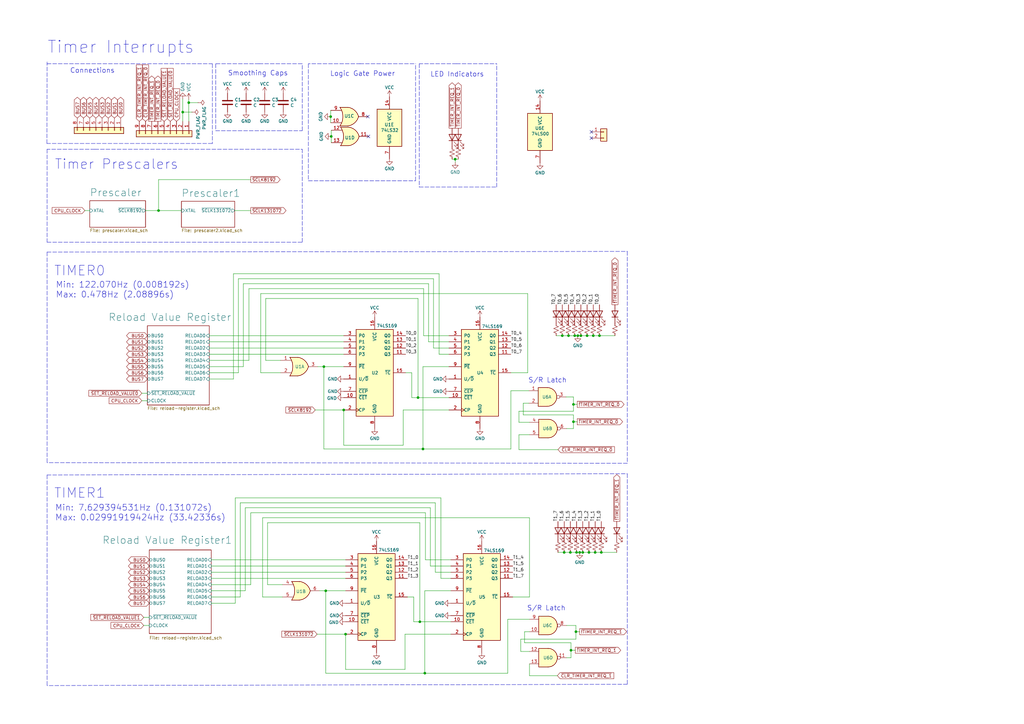
<source format=kicad_sch>
(kicad_sch (version 20211123) (generator eeschema)
  (paper "A3")
  (lib_symbols
    (symbol "74xx:74LS00" (pin_names (offset 1.016))
      (property "Reference" "U" (at 0 1.27 0))
      (property "Value" "74LS00" (at 0 -1.27 0))
      (symbol "74LS00_1_1"
        (pin input line (at -7.62 2.54 0) (length 3.81) (name "~") (number "1"))
        (pin input line (at -7.62 -2.54 0) (length 3.81) (name "~") (number "2"))
        (pin output inverted (at 7.62 0 180) (length 3.81) (name "~") (number "3"))
      )
      (symbol "74LS00_1_2"
        (pin input inverted (at -7.62 2.54 0) (length 4.318) (name "~") (number "1"))
        (pin input inverted (at -7.62 -2.54 0) (length 4.318) (name "~") (number "2"))
        (pin output line (at 7.62 0 180) (length 3.81) (name "~") (number "3"))
      )
      (symbol "74LS00_2_1"
        (pin input line (at -7.62 2.54 0) (length 3.81) (name "~") (number "4"))
        (pin input line (at -7.62 -2.54 0) (length 3.81) (name "~") (number "5"))
        (pin output inverted (at 7.62 0 180) (length 3.81) (name "~") (number "6"))
      )
      (symbol "74LS00_2_2"
        (pin input inverted (at -7.62 2.54 0) (length 4.318) (name "~") (number "4"))
        (pin input inverted (at -7.62 -2.54 0) (length 4.318) (name "~") (number "5"))
        (pin output line (at 7.62 0 180) (length 3.81) (name "~") (number "6"))
      )
      (symbol "74LS00_3_1"
        (pin input line (at -7.62 -2.54 0) (length 3.81) (name "~") (number "10"))
        (pin output inverted (at 7.62 0 180) (length 3.81) (name "~") (number "8"))
        (pin input line (at -7.62 2.54 0) (length 3.81) (name "~") (number "9"))
      )
      (symbol "74LS00_3_2"
        (pin input inverted (at -7.62 -2.54 0) (length 4.318) (name "~") (number "10"))
        (pin output line (at 7.62 0 180) (length 3.81) (name "~") (number "8"))
        (pin input inverted (at -7.62 2.54 0) (length 4.318) (name "~") (number "9"))
      )
      (symbol "74LS00_4_1"
        (pin output inverted (at 7.62 0 180) (length 3.81) (name "~") (number "11"))
        (pin input line (at -7.62 2.54 0) (length 3.81) (name "~") (number "12"))
        (pin input line (at -7.62 -2.54 0) (length 3.81) (name "~") (number "13"))
      )
      (symbol "74LS00_4_2"
        (pin output line (at 7.62 0 180) (length 3.81) (name "~") (number "11"))
        (pin input inverted (at -7.62 2.54 0) (length 4.318) (name "~") (number "12"))
        (pin input inverted (at -7.62 -2.54 0) (length 4.318) (name "~") (number "13"))
      )
      (symbol "74LS00_5_0"
        (pin power_in line (at 0 12.7 270) (length 5.08) (name "VCC") (number "14"))
        (pin power_in line (at 0 -12.7 90) (length 5.08) (name "GND") (number "7"))
      )
    )
    (symbol "74xx:74LS169" (pin_names (offset 1.016))
      (property "Reference" "U" (at -7.62 19.05 0))
      (property "Value" "74LS169" (at -7.62 -19.05 0))
      (symbol "74LS169_1_0"
        (pin input line (at -12.7 -2.54 0) (length 5.08) (name "U/~{D}") (number "1"))
        (pin input line (at -12.7 -10.16 0) (length 5.08) (name "~{CET}") (number "10"))
        (pin output line (at 12.7 7.62 180) (length 5.08) (name "Q3") (number "11"))
        (pin output line (at 12.7 10.16 180) (length 5.08) (name "Q2") (number "12"))
        (pin output line (at 12.7 12.7 180) (length 5.08) (name "Q1") (number "13"))
        (pin output line (at 12.7 15.24 180) (length 5.08) (name "Q0") (number "14"))
        (pin output line (at 12.7 0 180) (length 5.08) (name "~{TC}") (number "15"))
        (pin power_in line (at 0 22.86 270) (length 5.08) (name "VCC") (number "16"))
        (pin input clock (at -12.7 -15.24 0) (length 5.08) (name "CP") (number "2"))
        (pin input line (at -12.7 15.24 0) (length 5.08) (name "P0") (number "3"))
        (pin input line (at -12.7 12.7 0) (length 5.08) (name "P1") (number "4"))
        (pin input line (at -12.7 10.16 0) (length 5.08) (name "P2") (number "5"))
        (pin input line (at -12.7 7.62 0) (length 5.08) (name "P3") (number "6"))
        (pin input line (at -12.7 -7.62 0) (length 5.08) (name "~{CEP}") (number "7"))
        (pin power_in line (at 0 -22.86 90) (length 5.08) (name "GND") (number "8"))
        (pin input line (at -12.7 2.54 0) (length 5.08) (name "~{PE}") (number "9"))
      )
    )
    (symbol "74xx:74LS32" (pin_names (offset 1.016))
      (property "Reference" "U" (at 0 1.27 0))
      (property "Value" "74LS32" (at 0 -1.27 0))
      (symbol "74LS32_1_1"
        (pin input line (at -7.62 2.54 0) (length 4.318) (name "~") (number "1"))
        (pin input line (at -7.62 -2.54 0) (length 4.318) (name "~") (number "2"))
        (pin output line (at 7.62 0 180) (length 3.81) (name "~") (number "3"))
      )
      (symbol "74LS32_1_2"
        (pin input inverted (at -7.62 2.54 0) (length 3.81) (name "~") (number "1"))
        (pin input inverted (at -7.62 -2.54 0) (length 3.81) (name "~") (number "2"))
        (pin output inverted (at 7.62 0 180) (length 3.81) (name "~") (number "3"))
      )
      (symbol "74LS32_2_1"
        (pin input line (at -7.62 2.54 0) (length 4.318) (name "~") (number "4"))
        (pin input line (at -7.62 -2.54 0) (length 4.318) (name "~") (number "5"))
        (pin output line (at 7.62 0 180) (length 3.81) (name "~") (number "6"))
      )
      (symbol "74LS32_2_2"
        (pin input inverted (at -7.62 2.54 0) (length 3.81) (name "~") (number "4"))
        (pin input inverted (at -7.62 -2.54 0) (length 3.81) (name "~") (number "5"))
        (pin output inverted (at 7.62 0 180) (length 3.81) (name "~") (number "6"))
      )
      (symbol "74LS32_3_1"
        (pin input line (at -7.62 -2.54 0) (length 4.318) (name "~") (number "10"))
        (pin output line (at 7.62 0 180) (length 3.81) (name "~") (number "8"))
        (pin input line (at -7.62 2.54 0) (length 4.318) (name "~") (number "9"))
      )
      (symbol "74LS32_3_2"
        (pin input inverted (at -7.62 -2.54 0) (length 3.81) (name "~") (number "10"))
        (pin output inverted (at 7.62 0 180) (length 3.81) (name "~") (number "8"))
        (pin input inverted (at -7.62 2.54 0) (length 3.81) (name "~") (number "9"))
      )
      (symbol "74LS32_4_1"
        (pin output line (at 7.62 0 180) (length 3.81) (name "~") (number "11"))
        (pin input line (at -7.62 2.54 0) (length 4.318) (name "~") (number "12"))
        (pin input line (at -7.62 -2.54 0) (length 4.318) (name "~") (number "13"))
      )
      (symbol "74LS32_4_2"
        (pin output inverted (at 7.62 0 180) (length 3.81) (name "~") (number "11"))
        (pin input inverted (at -7.62 2.54 0) (length 3.81) (name "~") (number "12"))
        (pin input inverted (at -7.62 -2.54 0) (length 3.81) (name "~") (number "13"))
      )
      (symbol "74LS32_5_0"
        (pin power_in line (at 0 12.7 270) (length 5.08) (name "VCC") (number "14"))
        (pin power_in line (at 0 -12.7 90) (length 5.08) (name "GND") (number "7"))
      )
    )
    (symbol "Connector_Generic:Conn_01x02" (pin_names (offset 1.016) hide)
      (property "Reference" "J" (at 0 2.54 0))
      (property "Value" "Conn_01x02" (at 0 -5.08 0))
      (symbol "Conn_01x02_1_1"
        (pin passive line (at -5.08 0 0) (length 3.81) (name "Pin_1") (number "1"))
        (pin passive line (at -5.08 -2.54 0) (length 3.81) (name "Pin_2") (number "2"))
      )
    )
    (symbol "Connector_Generic:Conn_01x08" (pin_names (offset 1.016) hide)
      (property "Reference" "J" (at 0 10.16 0))
      (property "Value" "Conn_01x08" (at 0 -12.7 0))
      (symbol "Conn_01x08_1_1"
        (pin passive line (at -5.08 7.62 0) (length 3.81) (name "Pin_1") (number "1"))
        (pin passive line (at -5.08 5.08 0) (length 3.81) (name "Pin_2") (number "2"))
        (pin passive line (at -5.08 2.54 0) (length 3.81) (name "Pin_3") (number "3"))
        (pin passive line (at -5.08 0 0) (length 3.81) (name "Pin_4") (number "4"))
        (pin passive line (at -5.08 -2.54 0) (length 3.81) (name "Pin_5") (number "5"))
        (pin passive line (at -5.08 -5.08 0) (length 3.81) (name "Pin_6") (number "6"))
        (pin passive line (at -5.08 -7.62 0) (length 3.81) (name "Pin_7") (number "7"))
        (pin passive line (at -5.08 -10.16 0) (length 3.81) (name "Pin_8") (number "8"))
      )
    )
    (symbol "Connector_Generic:Conn_01x09" (pin_names (offset 1.016) hide)
      (property "Reference" "J" (at 0 12.7 0))
      (property "Value" "Conn_01x09" (at 0 -12.7 0))
      (symbol "Conn_01x09_1_1"
        (pin passive line (at -5.08 10.16 0) (length 3.81) (name "Pin_1") (number "1"))
        (pin passive line (at -5.08 7.62 0) (length 3.81) (name "Pin_2") (number "2"))
        (pin passive line (at -5.08 5.08 0) (length 3.81) (name "Pin_3") (number "3"))
        (pin passive line (at -5.08 2.54 0) (length 3.81) (name "Pin_4") (number "4"))
        (pin passive line (at -5.08 0 0) (length 3.81) (name "Pin_5") (number "5"))
        (pin passive line (at -5.08 -2.54 0) (length 3.81) (name "Pin_6") (number "6"))
        (pin passive line (at -5.08 -5.08 0) (length 3.81) (name "Pin_7") (number "7"))
        (pin passive line (at -5.08 -7.62 0) (length 3.81) (name "Pin_8") (number "8"))
        (pin passive line (at -5.08 -10.16 0) (length 3.81) (name "Pin_9") (number "9"))
      )
    )
    (symbol "Device:C" (pin_numbers hide) (pin_names (offset 0.254))
      (property "Reference" "C" (at 0.635 2.54 0))
      (property "Value" "C" (at 0.635 -2.54 0))
      (symbol "C_1_1"
        (pin passive line (at 0 3.81 270) (length 2.794) (name "~") (number "1"))
        (pin passive line (at 0 -3.81 90) (length 2.794) (name "~") (number "2"))
      )
    )
    (symbol "Device:LED" (pin_numbers hide) (pin_names (offset 1.016) hide)
      (property "Reference" "D" (at 0 2.54 0))
      (property "Value" "LED" (at 0 -2.54 0))
      (symbol "LED_1_1"
        (pin passive line (at -3.81 0 0) (length 2.54) (name "K") (number "1"))
        (pin passive line (at 3.81 0 180) (length 2.54) (name "A") (number "2"))
      )
    )
    (symbol "Device:R_Small_US" (pin_numbers hide) (pin_names (offset 0.254) hide)
      (property "Reference" "R" (at 0.762 0.508 0))
      (property "Value" "R_Small_US" (at 0.762 -1.016 0))
      (symbol "R_Small_US_1_1"
        (pin passive line (at 0 2.54 270) (length 1.016) (name "~") (number "1"))
        (pin passive line (at 0 -2.54 90) (length 1.016) (name "~") (number "2"))
      )
    )
    (symbol "power:GND" (power) (pin_names (offset 0))
      (property "Value" "GND" (at 0 -3.81 0))
      (symbol "GND_1_1"
        (pin power_in line (at 0 0 270) (length 0) hide (name "GND") (number "1"))
      )
    )
    (symbol "power:PWR_FLAG" (power) (pin_numbers hide) (pin_names (offset 0) hide)
      (property "Value" "PWR_FLAG" (at 0 3.81 0))
      (symbol "PWR_FLAG_0_0"
        (pin power_out line (at 0 0 90) (length 0) (name "pwr") (number "1"))
      )
    )
    (symbol "power:VCC" (power) (pin_names (offset 0))
      (property "Value" "VCC" (at 0 3.81 0))
      (symbol "VCC_1_1"
        (pin power_in line (at 0 0 90) (length 0) hide (name "VCC") (number "1"))
      )
    )
  )
  (junction (at 233.172 137.668))
  (junction (at 236.982 137.668))
  (junction (at 235.204 172.974))
  (junction (at 235.204 165.862))
  (junction (at 186.69 65.278))
  (junction (at 173.482 184.15))
  (junction (at 174.244 276.098))
  (junction (at 238.252 137.668))
  (junction (at 246.634 226.568))
  (junction (at 239.014 226.568))
  (junction (at 236.22 259.08))
  (junction (at 241.554 226.568))
  (junction (at 140.97 168.148))
  (junction (at 234.188 266.7))
  (junction (at 135.8646 55.9562))
  (junction (at 230.632 137.668))
  (junction (at 141.732 260.096))
  (junction (at 74.93 45.974))
  (junction (at 135.6106 47.8282))
  (junction (at 235.712 137.668))
  (junction (at 133.604 242.316))
  (junction (at 244.094 226.568))
  (junction (at 236.474 226.568))
  (junction (at 240.792 137.668))
  (junction (at 171.45 163.068))
  (junction (at 132.842 150.368))
  (junction (at 231.394 226.568))
  (junction (at 245.872 137.668))
  (junction (at 65.024 86.36))
  (junction (at 243.332 137.668))
  (junction (at 172.212 255.016))
  (junction (at 233.934 226.568))
  (junction (at 237.744 226.568))
  (junction (at 77.4192 42.0878))
  (no_connect (at 151.1046 55.9562))
  (no_connect (at 150.8506 47.8282))
  (no_connect (at 242.57 56.642))
  (no_connect (at 242.57 54.102))
  (polyline (pts (xy 38.862 61.214) (xy 123.952 61.214)))
  (wire (pts (xy 169.672 255.016) (xy 172.212 255.016)))
  (polyline (pts (xy 126.492 26.162) (xy 126.492 74.168)))
  (wire (pts (xy 129.286 168.148) (xy 140.97 168.148)))
  (polyline (pts (xy 171.958 26.162) (xy 171.958 76.708)))
  (wire (pts (xy 135.8646 53.4162) (xy 135.8646 55.9562)))
  (wire (pts (xy 107.696 244.856) (xy 107.696 212.344)))
  (wire (pts (xy 97.79 152.908) (xy 97.79 114.3)))
  (wire (pts (xy 81.2292 42.0878) (xy 77.4192 42.0878)))
  (wire (pts (xy 85.852 147.828) (xy 102.108 147.828)))
  (wire (pts (xy 185.42 65.278) (xy 186.69 65.278)))
  (wire (pts (xy 230.632 137.668) (xy 233.172 137.668)))
  (wire (pts (xy 166.116 274.574) (xy 141.732 274.574)))
  (wire (pts (xy 85.852 150.368) (xy 99.822 150.368)))
  (wire (pts (xy 244.094 226.568) (xy 246.634 226.568)))
  (wire (pts (xy 237.744 226.568) (xy 239.014 226.568)))
  (wire (pts (xy 34.798 86.36) (xy 36.83 86.36)))
  (wire (pts (xy 165.354 182.626) (xy 140.97 182.626)))
  (wire (pts (xy 168.91 152.908) (xy 168.91 163.068)))
  (polyline (pts (xy 123.952 53.594) (xy 123.952 26.162)))
  (wire (pts (xy 236.22 262.128) (xy 213.614 262.128)))
  (wire (pts (xy 213.614 267.208) (xy 217.17 267.208)))
  (polyline (pts (xy 187.198 26.162) (xy 203.708 26.162)))
  (wire (pts (xy 174.498 210.312) (xy 174.498 229.616)))
  (wire (pts (xy 171.45 163.068) (xy 184.15 163.068)))
  (wire (pts (xy 212.852 173.228) (xy 217.17 173.228)))
  (wire (pts (xy 239.014 226.568) (xy 241.554 226.568)))
  (wire (pts (xy 174.244 276.098) (xy 133.604 276.098)))
  (wire (pts (xy 96.52 204.216) (xy 96.52 247.396)))
  (wire (pts (xy 77.4192 40.8178) (xy 77.4192 42.0878)))
  (wire (pts (xy 135.8646 55.9562) (xy 135.8646 58.4962)))
  (wire (pts (xy 98.552 206.248) (xy 178.562 206.248)))
  (wire (pts (xy 133.604 242.316) (xy 133.604 276.098)))
  (wire (pts (xy 99.822 116.332) (xy 99.822 150.368)))
  (wire (pts (xy 58.928 253.238) (xy 61.214 253.238)))
  (wire (pts (xy 175.768 140.208) (xy 175.768 116.332)))
  (wire (pts (xy 176.53 208.28) (xy 100.584 208.28)))
  (wire (pts (xy 74.93 45.974) (xy 78.74 45.974)))
  (wire (pts (xy 235.204 170.18) (xy 214.63 170.18)))
  (wire (pts (xy 234.188 266.7) (xy 235.966 266.7)))
  (wire (pts (xy 173.736 118.364) (xy 173.736 137.668)))
  (polyline (pts (xy 19.2532 58.8518) (xy 19.304 25.4)))
  (wire (pts (xy 115.062 152.908) (xy 106.934 152.908)))
  (wire (pts (xy 180.086 112.268) (xy 95.758 112.268)))
  (wire (pts (xy 174.244 276.098) (xy 208.28 276.098)))
  (wire (pts (xy 186.69 66.548) (xy 186.69 65.278)))
  (polyline (pts (xy 88.4682 26.1366) (xy 88.4682 53.594)))
  (wire (pts (xy 235.204 165.862) (xy 235.204 168.656)))
  (wire (pts (xy 178.562 206.248) (xy 178.562 234.696)))
  (polyline (pts (xy 147.574 26.162) (xy 170.434 26.162)))
  (wire (pts (xy 132.842 150.368) (xy 132.842 184.15)))
  (polyline (pts (xy 88.4682 53.594) (xy 123.952 53.594)))
  (wire (pts (xy 172.212 255.016) (xy 172.212 214.376)))
  (wire (pts (xy 102.108 147.828) (xy 102.108 118.364)))
  (wire (pts (xy 102.87 210.312) (xy 174.498 210.312)))
  (polyline (pts (xy 203.708 76.708) (xy 203.708 26.162)))
  (wire (pts (xy 246.634 226.568) (xy 252.984 226.568)))
  (wire (pts (xy 177.8 114.3) (xy 177.8 142.748)))
  (polyline (pts (xy 257.302 189.992) (xy 19.304 189.738)))
  (wire (pts (xy 133.604 242.316) (xy 141.732 242.316)))
  (wire (pts (xy 232.41 269.748) (xy 234.188 269.748)))
  (wire (pts (xy 85.852 140.208) (xy 140.97 140.208)))
  (wire (pts (xy 95.758 112.268) (xy 95.758 155.448)))
  (polyline (pts (xy 87.122 26.162) (xy 87.122 58.928)))
  (wire (pts (xy 86.614 232.156) (xy 141.732 232.156)))
  (wire (pts (xy 108.966 122.428) (xy 108.966 147.828)))
  (polyline (pts (xy 147.828 26.162) (xy 126.492 26.162)))
  (wire (pts (xy 109.728 239.776) (xy 115.824 239.776)))
  (wire (pts (xy 97.79 114.3) (xy 177.8 114.3)))
  (wire (pts (xy 184.912 242.316) (xy 174.244 242.316)))
  (wire (pts (xy 217.17 178.308) (xy 212.852 178.308)))
  (wire (pts (xy 228.854 226.568) (xy 231.394 226.568)))
  (wire (pts (xy 173.482 184.15) (xy 209.55 184.15)))
  (polyline (pts (xy 170.434 74.168) (xy 170.434 26.162)))
  (wire (pts (xy 232.156 162.814) (xy 235.204 162.814)))
  (wire (pts (xy 215.138 263.652) (xy 215.138 259.08)))
  (wire (pts (xy 86.614 247.396) (xy 96.52 247.396)))
  (polyline (pts (xy 19.304 99.314) (xy 123.952 99.314)))
  (wire (pts (xy 141.732 260.096) (xy 141.732 274.574)))
  (wire (pts (xy 115.824 244.856) (xy 107.696 244.856)))
  (polyline (pts (xy 187.198 26.162) (xy 171.958 26.162)))
  (wire (pts (xy 186.69 65.278) (xy 187.96 65.278)))
  (wire (pts (xy 166.37 152.908) (xy 168.91 152.908)))
  (wire (pts (xy 235.712 137.668) (xy 236.982 137.668)))
  (wire (pts (xy 235.204 165.862) (xy 236.728 165.862)))
  (wire (pts (xy 217.17 272.288) (xy 217.17 277.114)))
  (wire (pts (xy 209.55 160.274) (xy 216.916 160.274)))
  (polyline (pts (xy 19.304 26.162) (xy 87.122 26.162)))
  (wire (pts (xy 172.212 255.016) (xy 184.912 255.016)))
  (wire (pts (xy 234.188 266.7) (xy 234.188 263.652)))
  (wire (pts (xy 58.928 256.54) (xy 61.214 256.54)))
  (wire (pts (xy 173.736 137.668) (xy 184.15 137.668)))
  (wire (pts (xy 86.614 244.856) (xy 98.552 244.856)))
  (wire (pts (xy 243.332 137.668) (xy 245.872 137.668)))
  (wire (pts (xy 166.116 260.096) (xy 166.116 274.574)))
  (wire (pts (xy 74.93 45.974) (xy 74.93 49.784)))
  (wire (pts (xy 102.87 73.66) (xy 65.024 73.66)))
  (wire (pts (xy 180.848 237.236) (xy 180.848 204.216)))
  (wire (pts (xy 165.354 168.148) (xy 165.354 182.626)))
  (wire (pts (xy 58.166 161.29) (xy 60.452 161.29)))
  (wire (pts (xy 212.852 178.308) (xy 212.852 184.404)))
  (wire (pts (xy 77.4192 42.0878) (xy 77.47 49.784)))
  (wire (pts (xy 108.966 147.828) (xy 115.062 147.828)))
  (wire (pts (xy 241.554 226.568) (xy 244.094 226.568)))
  (wire (pts (xy 74.93 40.64) (xy 74.93 45.974)))
  (wire (pts (xy 100.584 208.28) (xy 100.584 242.316)))
  (wire (pts (xy 175.768 116.332) (xy 99.822 116.332)))
  (polyline (pts (xy 19.304 194.818) (xy 19.304 281.178)))
  (wire (pts (xy 235.204 162.814) (xy 235.204 165.862)))
  (wire (pts (xy 236.982 137.668) (xy 238.252 137.668)))
  (polyline (pts (xy 19.304 103.378) (xy 257.302 103.124)))
  (wire (pts (xy 109.728 214.376) (xy 109.728 239.776)))
  (polyline (pts (xy 19.304 103.378) (xy 19.304 189.738)))
  (wire (pts (xy 178.562 234.696) (xy 184.912 234.696)))
  (wire (pts (xy 130.302 150.368) (xy 132.842 150.368)))
  (polyline (pts (xy 126.492 74.168) (xy 170.434 74.168)))
  (wire (pts (xy 184.912 232.156) (xy 176.53 232.156)))
  (wire (pts (xy 132.842 150.368) (xy 140.97 150.368)))
  (polyline (pts (xy 257.302 280.67) (xy 19.304 281.178)))
  (wire (pts (xy 184.912 237.236) (xy 180.848 237.236)))
  (wire (pts (xy 245.872 137.668) (xy 252.222 137.668)))
  (wire (pts (xy 172.212 214.376) (xy 109.728 214.376)))
  (wire (pts (xy 234.188 269.748) (xy 234.188 266.7)))
  (wire (pts (xy 180.848 204.216) (xy 96.52 204.216)))
  (wire (pts (xy 231.394 226.568) (xy 233.934 226.568)))
  (wire (pts (xy 168.91 163.068) (xy 171.45 163.068)))
  (polyline (pts (xy 257.302 194.31) (xy 257.302 280.67)))
  (wire (pts (xy 236.474 226.568) (xy 237.744 226.568)))
  (wire (pts (xy 236.22 259.08) (xy 237.744 259.08)))
  (wire (pts (xy 85.852 155.448) (xy 95.758 155.448)))
  (wire (pts (xy 174.498 229.616) (xy 184.912 229.616)))
  (wire (pts (xy 214.63 165.354) (xy 216.916 165.354)))
  (wire (pts (xy 86.614 229.616) (xy 141.732 229.616)))
  (wire (pts (xy 184.15 168.148) (xy 165.354 168.148)))
  (polyline (pts (xy 171.958 76.708) (xy 203.708 76.708)))
  (wire (pts (xy 184.15 145.288) (xy 180.086 145.288)))
  (wire (pts (xy 135.6106 45.2882) (xy 135.6106 47.8282)))
  (wire (pts (xy 86.614 242.316) (xy 100.584 242.316)))
  (wire (pts (xy 85.852 152.908) (xy 97.79 152.908)))
  (wire (pts (xy 236.22 259.08) (xy 236.22 262.128)))
  (wire (pts (xy 106.934 152.908) (xy 106.934 120.396)))
  (wire (pts (xy 217.17 277.114) (xy 228.6 277.114)))
  (wire (pts (xy 212.852 184.404) (xy 228.854 184.404)))
  (wire (pts (xy 98.552 244.856) (xy 98.552 206.248)))
  (wire (pts (xy 213.614 262.128) (xy 213.614 267.208)))
  (wire (pts (xy 173.482 184.15) (xy 132.842 184.15)))
  (wire (pts (xy 86.614 239.776) (xy 102.87 239.776)))
  (wire (pts (xy 232.41 175.768) (xy 235.204 175.768)))
  (wire (pts (xy 216.408 152.908) (xy 209.55 152.908)))
  (wire (pts (xy 171.45 163.068) (xy 171.45 122.428)))
  (wire (pts (xy 184.912 260.096) (xy 166.116 260.096)))
  (wire (pts (xy 180.086 145.288) (xy 180.086 112.268)))
  (wire (pts (xy 86.614 237.236) (xy 141.732 237.236)))
  (wire (pts (xy 177.8 142.748) (xy 184.15 142.748)))
  (wire (pts (xy 85.852 142.748) (xy 140.97 142.748)))
  (wire (pts (xy 102.108 118.364) (xy 173.736 118.364)))
  (wire (pts (xy 174.244 242.316) (xy 174.244 276.098)))
  (wire (pts (xy 184.15 150.368) (xy 173.482 150.368)))
  (wire (pts (xy 232.41 256.54) (xy 236.22 256.54)))
  (wire (pts (xy 58.166 164.338) (xy 60.452 164.338)))
  (wire (pts (xy 184.15 140.208) (xy 175.768 140.208)))
  (wire (pts (xy 209.55 184.15) (xy 209.55 160.274)))
  (wire (pts (xy 85.852 145.288) (xy 140.97 145.288)))
  (wire (pts (xy 65.024 86.36) (xy 74.422 86.36)))
  (wire (pts (xy 233.934 226.568) (xy 236.474 226.568)))
  (wire (pts (xy 208.28 254) (xy 217.17 254)))
  (wire (pts (xy 234.188 263.652) (xy 215.138 263.652)))
  (polyline (pts (xy 106.2736 26.1366) (xy 88.4682 26.1366)))
  (wire (pts (xy 235.204 172.974) (xy 236.728 172.974)))
  (polyline (pts (xy 87.0712 58.8518) (xy 19.2532 58.8518)))
  (wire (pts (xy 173.482 150.368) (xy 173.482 184.15)))
  (wire (pts (xy 106.934 120.396) (xy 216.408 120.396)))
  (wire (pts (xy 212.852 168.656) (xy 212.852 173.228)))
  (wire (pts (xy 171.45 122.428) (xy 108.966 122.428)))
  (wire (pts (xy 96.266 86.36) (xy 102.87 86.36)))
  (wire (pts (xy 208.28 276.098) (xy 208.28 254)))
  (wire (pts (xy 86.614 234.696) (xy 141.732 234.696)))
  (wire (pts (xy 235.204 172.974) (xy 235.204 170.18)))
  (wire (pts (xy 107.696 212.344) (xy 217.17 212.344)))
  (polyline (pts (xy 19.304 194.818) (xy 257.302 194.31)))
  (wire (pts (xy 240.792 137.668) (xy 243.332 137.668)))
  (polyline (pts (xy 106.2482 26.162) (xy 123.952 26.162)))
  (wire (pts (xy 140.97 168.148) (xy 140.97 182.626)))
  (wire (pts (xy 135.6106 47.8282) (xy 135.6106 50.3682)))
  (polyline (pts (xy 123.952 99.314) (xy 123.952 61.214)))
  (wire (pts (xy 130.048 260.096) (xy 141.732 260.096)))
  (wire (pts (xy 214.63 170.18) (xy 214.63 165.354)))
  (wire (pts (xy 235.204 168.656) (xy 212.852 168.656)))
  (wire (pts (xy 235.204 175.768) (xy 235.204 172.974)))
  (wire (pts (xy 238.252 137.668) (xy 240.792 137.668)))
  (wire (pts (xy 215.138 259.08) (xy 217.17 259.08)))
  (wire (pts (xy 217.17 244.856) (xy 210.312 244.856)))
  (wire (pts (xy 167.132 244.856) (xy 169.672 244.856)))
  (polyline (pts (xy 19.304 61.214) (xy 19.304 99.314)))
  (wire (pts (xy 131.064 242.316) (xy 133.604 242.316)))
  (wire (pts (xy 85.852 137.668) (xy 140.97 137.668)))
  (wire (pts (xy 236.22 256.54) (xy 236.22 259.08)))
  (wire (pts (xy 176.53 232.156) (xy 176.53 208.28)))
  (wire (pts (xy 233.172 137.668) (xy 235.712 137.668)))
  (wire (pts (xy 169.672 244.856) (xy 169.672 255.016)))
  (polyline (pts (xy 38.862 61.214) (xy 19.304 61.214)))
  (wire (pts (xy 102.87 239.776) (xy 102.87 210.312)))
  (wire (pts (xy 216.408 120.396) (xy 216.408 152.908)))
  (polyline (pts (xy 257.302 103.124) (xy 257.302 189.992)))
  (wire (pts (xy 65.024 86.36) (xy 59.69 86.36)))
  (wire (pts (xy 228.092 137.668) (xy 230.632 137.668)))
  (wire (pts (xy 217.17 212.344) (xy 217.17 244.856)))
  (wire (pts (xy 65.024 73.66) (xy 65.024 86.36)))
  (text "Min: 7.629394531Hz (0.131072s)\nMax: 0.02991919424Hz (33.42336s)" (at 22.606 213.868 0) (effects (font (size 2.5 2.5)) (justify left bottom)))
  (text "TIMER1" (at 22.098 204.724 0) (effects (font (size 4 4)) (justify left bottom)))
  (text "LED Indicators" (at 176.53 31.75 0) (effects (font (size 2 2)) (justify left bottom)))
  (text "Timer Interrupts" (at 19.304 22.352 0) (effects (font (size 5 5)) (justify left bottom)))
  (text "Connections" (at 28.702 30.226 0) (effects (font (size 2 2)) (justify left bottom)))
  (text "Timer Prescalers" (at 22.352 69.85 0) (effects (font (size 4 4)) (justify left bottom)))
  (text "Smoothing Caps" (at 93.472 31.2928 0) (effects (font (size 2 2)) (justify left bottom)))
  (text "Logic Gate Power" (at 135.382 31.496 0) (effects (font (size 2 2)) (justify left bottom)))
  (text "S/R Latch" (at 216.662 157.226 0) (effects (font (size 2 2)) (justify left bottom)))
  (text "TIMER0" (at 22.098 113.538 0) (effects (font (size 4 4)) (justify left bottom)))
  (text "S/R Latch" (at 216.154 250.698 0) (effects (font (size 2 2)) (justify left bottom)))
  (text "Min: 122.070Hz (0.008192s)\nMax: 0.478Hz (2.08896s)" (at 22.86 122.428 0) (effects (font (size 2.5 2.5)) (justify left bottom)))
  (label "T0_4" (at 209.55 137.668 0))
  (label "T0_7" (at 209.55 145.288 0))
  (label "T0_0" (at 245.872 124.968 90))
  (label "T1_3" (at 167.132 237.236 0))
  (label "T1_5" (at 210.312 232.156 0))
  (label "T1_6" (at 210.312 234.696 0))
  (label "T0_3" (at 238.252 124.968 90))
  (label "T1_7" (at 210.312 237.236 0))
  (label "T1_2" (at 167.132 234.696 0))
  (label "T1_0" (at 167.132 229.616 0))
  (label "T0_2" (at 166.37 142.748 0))
  (label "T1_1" (at 244.094 213.868 90))
  (label "T0_4" (at 235.712 124.968 90))
  (label "T1_7" (at 228.854 213.868 90))
  (label "T0_5" (at 233.172 124.968 90))
  (label "T0_1" (at 166.37 140.208 0))
  (label "T1_0" (at 246.634 213.868 90))
  (label "T0_7" (at 228.092 124.968 90))
  (label "T1_2" (at 241.554 213.868 90))
  (label "T0_0" (at 166.37 137.668 0))
  (label "T0_5" (at 209.55 140.208 0))
  (label "T1_6" (at 231.394 213.868 90))
  (label "T1_5" (at 233.934 213.868 90))
  (label "T1_1" (at 167.132 232.156 0))
  (label "T1_4" (at 210.312 229.616 0))
  (label "T1_4" (at 236.474 213.868 90))
  (label "T0_2" (at 240.792 124.968 90))
  (label "T0_6" (at 209.55 142.748 0))
  (label "T0_6" (at 230.632 124.968 90))
  (label "T0_3" (at 166.37 145.288 0))
  (label "T0_1" (at 243.332 124.968 90))
  (label "T1_3" (at 239.014 213.868 90))
  (global_label "BUS0" (shape tri_state) (at 49.4792 48.4378 90) (property "Intersheet References" "${INTERSHEET_REFS}" (effects hide)))
  (global_label "CPU_CLOCK" (shape input) (at 34.798 86.36 180) (property "Intersheet References" "${INTERSHEET_REFS}" (effects hide)))
  (global_label "BUS3" (shape tri_state) (at 60.452 145.288 180) (property "Intersheet References" "${INTERSHEET_REFS}" (effects hide)))
  (global_label "~{SCLK131072}" (shape input) (at 130.048 260.096 180) (property "Intersheet References" "${INTERSHEET_REFS}" (effects hide)))
  (global_label "~{TIMER_INT_REQ_1}" (shape output) (at 235.966 266.7 0) (property "Intersheet References" "${INTERSHEET_REFS}" (effects hide)))
  (global_label "~{CLR_TIMER_INT_REQ_1}" (shape input) (at 228.6 277.114 0) (property "Intersheet References" "${INTERSHEET_REFS}" (effects hide)))
  (global_label "BUS4" (shape tri_state) (at 60.452 147.828 180) (property "Intersheet References" "${INTERSHEET_REFS}" (effects hide)))
  (global_label "~{!TIMER_INT_REQ_0}" (shape output) (at 236.728 165.862 0) (property "Intersheet References" "${INTERSHEET_REFS}" (effects hide)))
  (global_label "~{TIMER_INT_REQ_0}" (shape output) (at 64.77 49.784 90) (property "Intersheet References" "${INTERSHEET_REFS}" (effects hide)))
  (global_label "BUS4" (shape tri_state) (at 39.3192 48.4378 90) (property "Intersheet References" "${INTERSHEET_REFS}" (effects hide)))
  (global_label "~{SET_RELOAD_VALUE0}" (shape input) (at 58.166 161.29 180) (property "Intersheet References" "${INTERSHEET_REFS}" (effects hide)))
  (global_label "~{SET_RELOAD_VALUE1}" (shape input) (at 67.31 49.784 90) (property "Intersheet References" "${INTERSHEET_REFS}" (effects hide)))
  (global_label "~{CLR_TIMER_INT_REQ_0}" (shape input) (at 59.69 49.784 90) (property "Intersheet References" "${INTERSHEET_REFS}" (effects hide)))
  (global_label "BUS3" (shape tri_state) (at 41.8592 48.4378 90) (property "Intersheet References" "${INTERSHEET_REFS}" (effects hide)))
  (global_label "~{!TIMER_INT_REQ_0}" (shape output) (at 252.222 124.968 90) (property "Intersheet References" "${INTERSHEET_REFS}" (effects hide)))
  (global_label "CPU_CLOCK" (shape input) (at 58.928 256.54 180) (property "Intersheet References" "${INTERSHEET_REFS}" (effects hide)))
  (global_label "BUS3" (shape tri_state) (at 61.214 237.236 180) (property "Intersheet References" "${INTERSHEET_REFS}" (effects hide)))
  (global_label "~{TIMER_INT_REQ_0}" (shape output) (at 236.728 172.974 0) (property "Intersheet References" "${INTERSHEET_REFS}" (effects hide)))
  (global_label "BUS1" (shape tri_state) (at 46.9392 48.4378 90) (property "Intersheet References" "${INTERSHEET_REFS}" (effects hide)))
  (global_label "CPU_CLOCK" (shape input) (at 58.166 164.338 180) (property "Intersheet References" "${INTERSHEET_REFS}" (effects hide)))
  (global_label "BUS5" (shape tri_state) (at 61.214 242.316 180) (property "Intersheet References" "${INTERSHEET_REFS}" (effects hide)))
  (global_label "BUS0" (shape tri_state) (at 61.214 229.616 180) (property "Intersheet References" "${INTERSHEET_REFS}" (effects hide)))
  (global_label "~{TIMER_INT_REQ_1}" (shape output) (at 62.23 49.784 90) (property "Intersheet References" "${INTERSHEET_REFS}" (effects hide)))
  (global_label "~{SCLK131072}" (shape output) (at 102.87 86.36 0) (property "Intersheet References" "${INTERSHEET_REFS}" (effects hide)))
  (global_label "~{TIMER_INT_REQ_1}" (shape output) (at 185.42 52.578 90) (property "Intersheet References" "${INTERSHEET_REFS}" (effects hide)))
  (global_label "~{!TIMER_INT_REQ_1}" (shape output) (at 237.744 259.08 0) (property "Intersheet References" "${INTERSHEET_REFS}" (effects hide)))
  (global_label "BUS1" (shape tri_state) (at 61.214 232.156 180) (property "Intersheet References" "${INTERSHEET_REFS}" (effects hide)))
  (global_label "~{SET_RELOAD_VALUE0}" (shape input) (at 69.85 49.784 90) (property "Intersheet References" "${INTERSHEET_REFS}" (effects hide)))
  (global_label "BUS2" (shape tri_state) (at 44.3992 48.4378 90) (property "Intersheet References" "${INTERSHEET_REFS}" (effects hide)))
  (global_label "BUS0" (shape tri_state) (at 60.452 137.668 180) (property "Intersheet References" "${INTERSHEET_REFS}" (effects hide)))
  (global_label "BUS5" (shape tri_state) (at 36.7792 48.4378 90) (property "Intersheet References" "${INTERSHEET_REFS}" (effects hide)))
  (global_label "BUS6" (shape tri_state) (at 34.2392 48.4378 90) (property "Intersheet References" "${INTERSHEET_REFS}" (effects hide)))
  (global_label "BUS2" (shape tri_state) (at 60.452 142.748 180) (property "Intersheet References" "${INTERSHEET_REFS}" (effects hide)))
  (global_label "BUS7" (shape tri_state) (at 60.452 155.448 180) (property "Intersheet References" "${INTERSHEET_REFS}" (effects hide)))
  (global_label "~{TIMER_INT_REQ_0}" (shape output) (at 187.96 52.578 90) (property "Intersheet References" "${INTERSHEET_REFS}" (effects hide)))
  (global_label "~{SCLK8192}" (shape output) (at 102.87 73.66 0) (property "Intersheet References" "${INTERSHEET_REFS}" (effects hide)))
  (global_label "BUS4" (shape tri_state) (at 61.214 239.776 180) (property "Intersheet References" "${INTERSHEET_REFS}" (effects hide)))
  (global_label "BUS2" (shape tri_state) (at 61.214 234.696 180) (property "Intersheet References" "${INTERSHEET_REFS}" (effects hide)))
  (global_label "BUS6" (shape tri_state) (at 61.214 244.856 180) (property "Intersheet References" "${INTERSHEET_REFS}" (effects hide)))
  (global_label "BUS7" (shape tri_state) (at 31.6992 48.4378 90) (property "Intersheet References" "${INTERSHEET_REFS}" (effects hide)))
  (global_label "~{!TIMER_INT_REQ_1}" (shape output) (at 252.984 213.868 90) (property "Intersheet References" "${INTERSHEET_REFS}" (effects hide)))
  (global_label "BUS6" (shape tri_state) (at 60.452 152.908 180) (property "Intersheet References" "${INTERSHEET_REFS}" (effects hide)))
  (global_label "~{SET_RELOAD_VALUE1}" (shape input) (at 58.928 253.238 180) (property "Intersheet References" "${INTERSHEET_REFS}" (effects hide)))
  (global_label "~{CLR_TIMER_INT_REQ_1}" (shape input) (at 57.15 49.784 90) (property "Intersheet References" "${INTERSHEET_REFS}" (effects hide)))
  (global_label "BUS5" (shape tri_state) (at 60.452 150.368 180) (property "Intersheet References" "${INTERSHEET_REFS}" (effects hide)))
  (global_label "CPU_CLOCK" (shape input) (at 72.39 49.784 90) (property "Intersheet References" "${INTERSHEET_REFS}" (effects hide)))
  (global_label "~{CLR_TIMER_INT_REQ_0}" (shape input) (at 228.854 184.404 0) (property "Intersheet References" "${INTERSHEET_REFS}" (effects hide)))
  (global_label "BUS1" (shape tri_state) (at 60.452 140.208 180) (property "Intersheet References" "${INTERSHEET_REFS}" (effects hide)))
  (global_label "BUS7" (shape tri_state) (at 61.214 247.396 180) (property "Intersheet References" "${INTERSHEET_REFS}" (effects hide)))
  (global_label "~{SCLK8192}" (shape input) (at 129.286 168.148 180) (property "Intersheet References" "${INTERSHEET_REFS}" (effects hide)))
  (symbol (lib_id "power:VCC") (at 77.4192 40.8178 0) (unit 1)
    (property "Reference" "#PWR02" (effects hide))
    (property "Value" "VCC" (at 77.4192 35.7378 90))
  )
  (symbol (lib_id "power:GND") (at 74.93 40.64 180) (unit 1)
    (property "Reference" "#PWR01" (effects hide))
    (property "Value" "GND" (at 74.93 35.56 90))
  )
  (symbol (lib_id "power:PWR_FLAG") (at 81.2292 42.0878 270) (unit 1)
    (property "Reference" "#FLG02" (effects hide))
    (property "Value" "PWR_FLAG" (at 83.7692 48.4378 0))
  )
  (symbol (lib_id "power:PWR_FLAG") (at 78.74 45.974 270) (unit 1)
    (property "Reference" "#FLG01" (effects hide))
    (property "Value" "PWR_FLAG" (at 81.28 52.324 0))
  )
  (symbol (lib_id "Connector_Generic:Conn_01x08") (at 41.8592 53.5178 270) (unit 1)
    (property "Reference" "J1" (effects hide))
    (property "Value" "Conn_01x08" (effects hide))
    (property "Footprint" "Connector_PinHeader_2.54mm:PinHeader_1x08_P2.54mm_Vertical" (effects hide))
  )
  (symbol (lib_id "Connector_Generic:Conn_01x09") (at 67.31 54.864 270) (unit 1)
    (property "Reference" "J2" (effects hide))
    (property "Value" "Conn_01x09" (effects hide))
    (property "Footprint" "Connector_PinHeader_2.54mm:PinHeader_1x09_P2.54mm_Vertical" (effects hide))
  )
  (symbol (lib_id "Device:C") (at 93.3196 42.0624 0) (unit 1)
    (property "Reference" "C1" (at 96.2406 40.894 0) (effects (justify left)))
    (property "Value" "C" (at 96.2406 43.2054 0) (effects (justify left)))
    (property "Footprint" "Capacitor_SMD:C_0805_2012Metric" (effects hide))
  )
  (symbol (lib_id "power:VCC") (at 93.3196 38.2524 0) (unit 1)
    (property "Reference" "#PWR03" (effects hide))
    (property "Value" "VCC" (at 93.3196 34.4424 0))
  )
  (symbol (lib_id "power:GND") (at 93.3196 45.8724 0) (unit 1)
    (property "Reference" "#PWR04" (effects hide))
    (property "Value" "GND" (at 93.3196 49.6824 0))
  )
  (symbol (lib_id "Device:C") (at 100.9396 42.0624 0) (unit 1)
    (property "Reference" "C2" (at 103.8606 40.894 0) (effects (justify left)))
    (property "Value" "C" (at 103.8606 43.2054 0) (effects (justify left)))
    (property "Footprint" "Capacitor_SMD:C_0805_2012Metric" (effects hide))
  )
  (symbol (lib_id "power:VCC") (at 100.9396 38.2524 0) (unit 1)
    (property "Reference" "#PWR05" (effects hide))
    (property "Value" "VCC" (at 100.9396 34.4424 0))
  )
  (symbol (lib_id "power:GND") (at 100.9396 45.8724 0) (unit 1)
    (property "Reference" "#PWR06" (effects hide))
    (property "Value" "GND" (at 100.9396 49.6824 0))
  )
  (symbol (lib_id "Device:C") (at 108.5596 42.0624 0) (unit 1)
    (property "Reference" "C3" (at 111.4806 40.894 0) (effects (justify left)))
    (property "Value" "C" (at 111.4806 43.2054 0) (effects (justify left)))
    (property "Footprint" "Capacitor_SMD:C_0805_2012Metric" (effects hide))
  )
  (symbol (lib_id "power:VCC") (at 108.5596 38.2524 0) (unit 1)
    (property "Reference" "#PWR07" (effects hide))
    (property "Value" "VCC" (at 108.5596 34.4424 0))
  )
  (symbol (lib_id "power:GND") (at 108.5596 45.8724 0) (unit 1)
    (property "Reference" "#PWR08" (effects hide))
    (property "Value" "GND" (at 108.5596 49.6824 0))
  )
  (symbol (lib_id "Device:C") (at 116.1796 42.0624 0) (unit 1)
    (property "Reference" "C4" (at 119.1006 40.894 0) (effects (justify left)))
    (property "Value" "C" (at 119.1006 43.2054 0) (effects (justify left)))
    (property "Footprint" "Capacitor_SMD:C_0805_2012Metric" (effects hide))
  )
  (symbol (lib_id "power:VCC") (at 116.1796 38.2524 0) (unit 1)
    (property "Reference" "#PWR09" (effects hide))
    (property "Value" "VCC" (at 116.1796 34.4424 0))
  )
  (symbol (lib_id "power:GND") (at 116.1796 45.8724 0) (unit 1)
    (property "Reference" "#PWR010" (effects hide))
    (property "Value" "GND" (at 116.1796 49.6824 0))
  )
  (symbol (lib_id "Device:LED") (at 230.632 128.778 90) (unit 1)
    (property "Reference" "D5" (effects hide))
    (property "Value" "LED" (effects hide))
    (property "Footprint" "LED_SMD:LED_0805_2012Metric" (effects hide))
  )
  (symbol (lib_id "Device:LED") (at 244.094 217.678 90) (unit 1)
    (property "Reference" "D16" (effects hide))
    (property "Value" "LED" (effects hide))
    (property "Footprint" "LED_SMD:LED_0805_2012Metric" (effects hide))
  )
  (symbol (lib_id "Device:LED") (at 243.332 128.778 90) (unit 1)
    (property "Reference" "D15" (effects hide))
    (property "Value" "LED" (effects hide))
    (property "Footprint" "LED_SMD:LED_0805_2012Metric" (effects hide))
  )
  (symbol (lib_id "power:GND") (at 140.97 163.068 270) (unit 1)
    (property "Reference" "#PWR015" (effects hide))
    (property "Value" "GND" (at 136.144 163.322 90))
  )
  (symbol (lib_id "74xx:74LS169") (at 154.432 244.856 0) (unit 1)
    (property "Reference" "U3" (at 153.162 244.856 0) (effects (justify left)))
    (property "Value" "74LS169" (at 155.194 225.552 0) (effects (justify left)))
    (property "Footprint" "Package_SO:SOIC-16_3.9x9.9mm_P1.27mm" (effects hide))
    (property "Datasheet" "http://www.ti.com/lit/gpn/sn74LS169" (effects hide))
  )
  (symbol (lib_id "74xx:74LS32") (at 122.682 150.368 0) (unit 1)
    (property "Reference" "U1" (at 122.936 150.368 0))
    (property "Value" "74LS32" (effects hide))
    (property "Datasheet" "http://www.ti.com/lit/gpn/sn74LS32" (effects hide))
  )
  (symbol (lib_id "74xx:74LS169") (at 196.85 152.908 0) (unit 1)
    (property "Reference" "U4" (at 195.58 152.908 0) (effects (justify left)))
    (property "Value" "74LS169" (at 197.612 133.858 0) (effects (justify left)))
    (property "Footprint" "Package_SO:SOIC-16_3.9x9.9mm_P1.27mm" (effects hide))
    (property "Datasheet" "http://www.ti.com/lit/gpn/sn74LS169" (effects hide))
  )
  (symbol (lib_id "74xx:74LS00") (at 224.79 256.54 0) (unit 3)
    (property "Reference" "U6" (at 224.536 256.54 0))
    (property "Value" "74LS00" (effects hide))
    (property "Datasheet" "http://www.ti.com/lit/gpn/sn74ls00" (effects hide))
  )
  (symbol (lib_id "Device:LED") (at 185.42 56.388 90) (unit 1)
    (property "Reference" "D1" (effects hide))
    (property "Value" "LED" (effects hide))
    (property "Footprint" "LED_SMD:LED_0805_2012Metric" (effects hide))
  )
  (symbol (lib_id "power:GND") (at 135.6106 47.8282 270) (unit 1)
    (property "Reference" "#PWR011" (effects hide))
    (property "Value" "GND" (at 131.5466 47.8282 0))
  )
  (symbol (lib_id "Device:R_Small_US") (at 185.42 62.738 0) (unit 1)
    (property "Reference" "R1" (effects hide))
    (property "Value" "R_Small_US" (effects hide))
    (property "Footprint" "Resistor_SMD:R_0805_2012Metric" (effects hide))
  )
  (symbol (lib_id "power:GND") (at 159.7406 65.1002 0) (unit 1)
    (property "Reference" "#PWR024" (effects hide))
    (property "Value" "GND" (at 159.7406 69.1642 0))
  )
  (symbol (lib_id "power:GND") (at 141.732 247.396 270) (unit 1)
    (property "Reference" "#PWR016" (effects hide))
    (property "Value" "GND" (at 137.16 247.396 90))
  )
  (symbol (lib_id "74xx:74LS00") (at 224.536 162.814 0) (unit 1)
    (property "Reference" "U6" (at 224.282 162.814 0))
    (property "Value" "74LS00" (effects hide))
    (property "Datasheet" "http://www.ti.com/lit/gpn/sn74ls00" (effects hide))
  )
  (symbol (lib_id "74xx:74LS00") (at 224.79 269.748 0) (unit 4)
    (property "Reference" "U6" (at 224.79 269.748 0))
    (property "Value" "74LS00" (effects hide))
    (property "Datasheet" "http://www.ti.com/lit/gpn/sn74ls00" (effects hide))
  )
  (symbol (lib_id "Device:LED") (at 235.712 128.778 90) (unit 1)
    (property "Reference" "D9" (effects hide))
    (property "Value" "LED" (effects hide))
    (property "Footprint" "LED_SMD:LED_0805_2012Metric" (effects hide))
  )
  (symbol (lib_id "power:GND") (at 184.912 247.396 270) (unit 1)
    (property "Reference" "#PWR027" (effects hide))
    (property "Value" "GND" (at 180.34 247.396 90))
  )
  (symbol (lib_id "power:GND") (at 184.15 155.448 270) (unit 1)
    (property "Reference" "#PWR025" (effects hide))
    (property "Value" "GND" (at 179.578 155.448 90))
  )
  (symbol (lib_id "power:VCC") (at 196.85 130.048 0) (unit 1)
    (property "Reference" "#PWR030" (effects hide))
    (property "Value" "VCC" (at 196.85 126.238 0))
  )
  (symbol (lib_id "Device:R_Small_US") (at 228.092 135.128 0) (unit 1)
    (property "Reference" "R3" (effects hide))
    (property "Value" "R_Small_US" (effects hide))
    (property "Footprint" "Resistor_SMD:R_0805_2012Metric" (effects hide))
  )
  (symbol (lib_id "Device:LED") (at 228.092 128.778 90) (unit 1)
    (property "Reference" "D3" (effects hide))
    (property "Value" "LED" (effects hide))
    (property "Footprint" "LED_SMD:LED_0805_2012Metric" (effects hide))
  )
  (symbol (lib_id "Device:R_Small_US") (at 243.332 135.128 0) (unit 1)
    (property "Reference" "R15" (effects hide))
    (property "Value" "R_Small_US" (effects hide))
    (property "Footprint" "Resistor_SMD:R_0805_2012Metric" (effects hide))
  )
  (symbol (lib_id "Device:R_Small_US") (at 252.222 135.128 0) (unit 1)
    (property "Reference" "R19" (effects hide))
    (property "Value" "R_Small_US" (effects hide))
    (property "Footprint" "Resistor_SMD:R_0805_2012Metric" (effects hide))
  )
  (symbol (lib_id "74xx:74LS169") (at 197.612 244.856 0) (unit 1)
    (property "Reference" "U5" (at 196.342 244.856 0) (effects (justify left)))
    (property "Value" "74LS169" (at 198.374 225.806 0) (effects (justify left)))
    (property "Footprint" "Package_SO:SOIC-16_3.9x9.9mm_P1.27mm" (effects hide))
    (property "Datasheet" "http://www.ti.com/lit/gpn/sn74LS169" (effects hide))
  )
  (symbol (lib_id "power:GND") (at 140.97 155.448 270) (unit 1)
    (property "Reference" "#PWR013" (effects hide))
    (property "Value" "GND" (at 136.398 155.448 90))
  )
  (symbol (lib_id "74xx:74LS00") (at 221.488 54.102 0) (unit 5)
    (property "Reference" "U6" (at 219.456 52.578 0) (effects (justify left)))
    (property "Value" "74LS00" (at 217.932 54.864 0) (effects (justify left)))
    (property "Footprint" "Package_SO:SOIC-14_3.9x8.7mm_P1.27mm" (effects hide))
    (property "Datasheet" "http://www.ti.com/lit/gpn/sn74ls00" (effects hide))
  )
  (symbol (lib_id "power:GND") (at 237.744 226.568 0) (unit 1)
    (property "Reference" "#PWR037" (effects hide))
    (property "Value" "GND" (at 237.744 230.632 0))
  )
  (symbol (lib_id "74xx:74LS32") (at 143.4846 55.9562 0) (unit 4)
    (property "Reference" "U1" (at 143.4846 56.4642 0))
    (property "Value" "74LS32" (effects hide))
    (property "Datasheet" "http://www.ti.com/lit/gpn/sn74LS32" (effects hide))
  )
  (symbol (lib_id "power:VCC") (at 197.612 221.996 0) (unit 1)
    (property "Reference" "#PWR032" (effects hide))
    (property "Value" "VCC" (at 197.612 218.186 0))
  )
  (symbol (lib_id "Device:LED") (at 246.634 217.678 90) (unit 1)
    (property "Reference" "D18" (effects hide))
    (property "Value" "LED" (effects hide))
    (property "Footprint" "LED_SMD:LED_0805_2012Metric" (effects hide))
  )
  (symbol (lib_id "Device:R_Small_US") (at 235.712 135.128 0) (unit 1)
    (property "Reference" "R9" (effects hide))
    (property "Value" "R_Small_US" (effects hide))
    (property "Footprint" "Resistor_SMD:R_0805_2012Metric" (effects hide))
  )
  (symbol (lib_id "power:GND") (at 197.612 267.716 0) (unit 1)
    (property "Reference" "#PWR033" (effects hide))
    (property "Value" "GND" (at 197.612 271.78 0))
  )
  (symbol (lib_id "Device:R_Small_US") (at 230.632 135.128 0) (unit 1)
    (property "Reference" "R5" (effects hide))
    (property "Value" "R_Small_US" (effects hide))
    (property "Footprint" "Resistor_SMD:R_0805_2012Metric" (effects hide))
  )
  (symbol (lib_id "power:GND") (at 140.97 160.528 270) (unit 1)
    (property "Reference" "#PWR014" (effects hide))
    (property "Value" "GND" (at 136.398 160.528 90))
  )
  (symbol (lib_id "power:VCC") (at 154.432 221.996 0) (unit 1)
    (property "Reference" "#PWR021" (effects hide))
    (property "Value" "VCC" (at 154.432 218.186 0))
  )
  (symbol (lib_id "Device:LED") (at 236.474 217.678 90) (unit 1)
    (property "Reference" "D10" (effects hide))
    (property "Value" "LED" (effects hide))
    (property "Footprint" "LED_SMD:LED_0805_2012Metric" (effects hide))
  )
  (symbol (lib_id "power:GND") (at 141.732 255.016 270) (unit 1)
    (property "Reference" "#PWR018" (effects hide))
    (property "Value" "GND" (at 136.906 255.27 90))
  )
  (symbol (lib_id "Device:R_Small_US") (at 187.96 62.738 0) (unit 1)
    (property "Reference" "R2" (effects hide))
    (property "Value" "R_Small_US" (effects hide))
    (property "Footprint" "Resistor_SMD:R_0805_2012Metric" (effects hide))
  )
  (symbol (lib_id "power:GND") (at 236.982 137.668 0) (unit 1)
    (property "Reference" "#PWR036" (effects hide))
    (property "Value" "GND" (at 236.982 141.732 0))
  )
  (symbol (lib_id "Device:R_Small_US") (at 236.474 224.028 0) (unit 1)
    (property "Reference" "R10" (effects hide))
    (property "Value" "R_Small_US" (effects hide))
    (property "Footprint" "Resistor_SMD:R_0805_2012Metric" (effects hide))
  )
  (symbol (lib_id "power:GND") (at 135.8646 55.9562 270) (unit 1)
    (property "Reference" "#PWR012" (effects hide))
    (property "Value" "GND" (at 131.8006 55.9562 0))
  )
  (symbol (lib_id "power:GND") (at 221.488 66.802 0) (unit 1)
    (property "Reference" "#PWR035" (effects hide))
    (property "Value" "GND" (at 221.488 70.866 0))
  )
  (symbol (lib_id "Device:LED") (at 233.172 128.778 90) (unit 1)
    (property "Reference" "D7" (effects hide))
    (property "Value" "LED" (effects hide))
    (property "Footprint" "LED_SMD:LED_0805_2012Metric" (effects hide))
  )
  (symbol (lib_id "power:GND") (at 196.85 175.768 0) (unit 1)
    (property "Reference" "#PWR031" (effects hide))
    (property "Value" "GND" (at 196.85 179.832 0))
  )
  (symbol (lib_id "power:VCC") (at 221.488 41.402 0) (unit 1)
    (property "Reference" "#PWR034" (effects hide))
    (property "Value" "VCC" (at 221.488 37.592 0))
  )
  (symbol (lib_id "74xx:74LS00") (at 224.79 175.768 0) (unit 2)
    (property "Reference" "U6" (at 224.536 175.768 0))
    (property "Value" "74LS00" (effects hide))
    (property "Datasheet" "http://www.ti.com/lit/gpn/sn74ls00" (effects hide))
  )
  (symbol (lib_id "power:GND") (at 141.732 252.476 270) (unit 1)
    (property "Reference" "#PWR017" (effects hide))
    (property "Value" "GND" (at 137.16 252.476 90))
  )
  (symbol (lib_id "Device:R_Small_US") (at 228.854 224.028 0) (unit 1)
    (property "Reference" "R4" (effects hide))
    (property "Value" "R_Small_US" (effects hide))
    (property "Footprint" "Resistor_SMD:R_0805_2012Metric" (effects hide))
  )
  (symbol (lib_id "Device:R_Small_US") (at 233.172 135.128 0) (unit 1)
    (property "Reference" "R7" (effects hide))
    (property "Value" "R_Small_US" (effects hide))
    (property "Footprint" "Resistor_SMD:R_0805_2012Metric" (effects hide))
  )
  (symbol (lib_id "Device:LED") (at 231.394 217.678 90) (unit 1)
    (property "Reference" "D6" (effects hide))
    (property "Value" "LED" (effects hide))
    (property "Footprint" "LED_SMD:LED_0805_2012Metric" (effects hide))
  )
  (symbol (lib_id "power:GND") (at 184.15 160.528 270) (unit 1)
    (property "Reference" "#PWR026" (effects hide))
    (property "Value" "GND" (at 179.578 160.528 90))
  )
  (symbol (lib_id "74xx:74LS32") (at 123.444 242.316 0) (unit 2)
    (property "Reference" "U1" (at 123.444 242.57 0))
    (property "Value" "74LS32" (effects hide))
    (property "Datasheet" "http://www.ti.com/lit/gpn/sn74LS32" (effects hide))
  )
  (symbol (lib_id "Device:R_Small_US") (at 246.634 224.028 0) (unit 1)
    (property "Reference" "R18" (effects hide))
    (property "Value" "R_Small_US" (effects hide))
    (property "Footprint" "Resistor_SMD:R_0805_2012Metric" (effects hide))
  )
  (symbol (lib_id "power:GND") (at 186.69 66.548 0) (unit 1)
    (property "Reference" "#PWR029" (effects hide))
    (property "Value" "GND" (at 186.69 70.612 0))
  )
  (symbol (lib_id "Device:R_Small_US") (at 252.984 224.028 0) (unit 1)
    (property "Reference" "R20" (effects hide))
    (property "Value" "R_Small_US" (effects hide))
    (property "Footprint" "Resistor_SMD:R_0805_2012Metric" (effects hide))
  )
  (symbol (lib_id "Device:LED") (at 187.96 56.388 90) (unit 1)
    (property "Reference" "D2" (effects hide))
    (property "Value" "LED" (effects hide))
    (property "Footprint" "LED_SMD:LED_0805_2012Metric" (effects hide))
  )
  (symbol (lib_id "Connector_Generic:Conn_01x02") (at 247.65 54.102 0) (unit 1)
    (property "Reference" "J3" (effects hide))
    (property "Value" "Conn_01x02" (effects hide))
    (property "Footprint" "Connector_PinHeader_2.54mm:PinHeader_1x02_P2.54mm_Vertical" (effects hide))
  )
  (symbol (lib_id "Device:R_Small_US") (at 231.394 224.028 0) (unit 1)
    (property "Reference" "R6" (effects hide))
    (property "Value" "R_Small_US" (effects hide))
    (property "Footprint" "Resistor_SMD:R_0805_2012Metric" (effects hide))
  )
  (symbol (lib_id "Device:R_Small_US") (at 245.872 135.128 0) (unit 1)
    (property "Reference" "R17" (effects hide))
    (property "Value" "R_Small_US" (effects hide))
    (property "Footprint" "Resistor_SMD:R_0805_2012Metric" (effects hide))
  )
  (symbol (lib_id "Device:LED") (at 245.872 128.778 90) (unit 1)
    (property "Reference" "D17" (effects hide))
    (property "Value" "LED" (effects hide))
    (property "Footprint" "LED_SMD:LED_0805_2012Metric" (effects hide))
  )
  (symbol (lib_id "Device:LED") (at 239.014 217.678 90) (unit 1)
    (property "Reference" "D12" (effects hide))
    (property "Value" "LED" (effects hide))
    (property "Footprint" "LED_SMD:LED_0805_2012Metric" (effects hide))
  )
  (symbol (lib_id "Device:LED") (at 252.984 217.678 90) (unit 1)
    (property "Reference" "D20" (effects hide))
    (property "Value" "LED" (effects hide))
    (property "Footprint" "LED_SMD:LED_0805_2012Metric" (effects hide))
  )
  (symbol (lib_id "Device:LED") (at 241.554 217.678 90) (unit 1)
    (property "Reference" "D14" (effects hide))
    (property "Value" "LED" (effects hide))
    (property "Footprint" "LED_SMD:LED_0805_2012Metric" (effects hide))
  )
  (symbol (lib_id "power:GND") (at 154.432 267.716 0) (unit 1)
    (property "Reference" "#PWR022" (effects hide))
    (property "Value" "GND" (at 154.432 271.78 0))
  )
  (symbol (lib_id "Device:LED") (at 252.222 128.778 90) (unit 1)
    (property "Reference" "D19" (effects hide))
    (property "Value" "LED" (effects hide))
    (property "Footprint" "LED_SMD:LED_0805_2012Metric" (effects hide))
  )
  (symbol (lib_id "power:GND") (at 153.67 175.768 0) (unit 1)
    (property "Reference" "#PWR020" (effects hide))
    (property "Value" "GND" (at 153.67 179.832 0))
  )
  (symbol (lib_id "Device:LED") (at 228.854 217.678 90) (unit 1)
    (property "Reference" "D4" (effects hide))
    (property "Value" "LED" (effects hide))
    (property "Footprint" "LED_SMD:LED_0805_2012Metric" (effects hide))
  )
  (symbol (lib_id "power:VCC") (at 153.67 130.048 0) (unit 1)
    (property "Reference" "#PWR019" (effects hide))
    (property "Value" "VCC" (at 153.67 126.238 0))
  )
  (symbol (lib_id "power:VCC") (at 159.7406 39.7002 0) (unit 1)
    (property "Reference" "#PWR023" (effects hide))
    (property "Value" "VCC" (at 159.7406 35.8902 0))
  )
  (symbol (lib_id "power:GND") (at 184.912 252.476 270) (unit 1)
    (property "Reference" "#PWR028" (effects hide))
    (property "Value" "GND" (at 180.34 252.476 90))
  )
  (symbol (lib_id "Device:R_Small_US") (at 233.934 224.028 0) (unit 1)
    (property "Reference" "R8" (effects hide))
    (property "Value" "R_Small_US" (effects hide))
    (property "Footprint" "Resistor_SMD:R_0805_2012Metric" (effects hide))
  )
  (symbol (lib_id "Device:LED") (at 238.252 128.778 90) (unit 1)
    (property "Reference" "D11" (effects hide))
    (property "Value" "LED" (effects hide))
    (property "Footprint" "LED_SMD:LED_0805_2012Metric" (effects hide))
  )
  (symbol (lib_id "74xx:74LS32") (at 159.7406 52.4002 0) (unit 5)
    (property "Reference" "U1" (at 157.7086 51.1302 0) (effects (justify left)))
    (property "Value" "74LS32" (at 156.1846 53.4162 0) (effects (justify left)))
    (property "Footprint" "Package_SO:SOIC-14_3.9x8.7mm_P1.27mm" (effects hide))
    (property "Datasheet" "http://www.ti.com/lit/gpn/sn74LS32" (effects hide))
  )
  (symbol (lib_id "Device:LED") (at 233.934 217.678 90) (unit 1)
    (property "Reference" "D8" (effects hide))
    (property "Value" "LED" (effects hide))
    (property "Footprint" "LED_SMD:LED_0805_2012Metric" (effects hide))
  )
  (symbol (lib_id "Device:R_Small_US") (at 240.792 135.128 0) (unit 1)
    (property "Reference" "R13" (effects hide))
    (property "Value" "R_Small_US" (effects hide))
    (property "Footprint" "Resistor_SMD:R_0805_2012Metric" (effects hide))
  )
  (symbol (lib_id "74xx:74LS169") (at 153.67 152.908 0) (unit 1)
    (property "Reference" "U2" (at 152.4 152.908 0) (effects (justify left)))
    (property "Value" "74LS169" (at 154.432 133.604 0) (effects (justify left)))
    (property "Footprint" "Package_SO:SOIC-16_3.9x9.9mm_P1.27mm" (effects hide))
    (property "Datasheet" "http://www.ti.com/lit/gpn/sn74LS169" (effects hide))
  )
  (symbol (lib_id "74xx:74LS32") (at 143.2306 47.8282 0) (unit 3)
    (property "Reference" "U1" (at 143.2306 47.5742 0))
    (property "Value" "74LS32" (effects hide))
    (property "Datasheet" "http://www.ti.com/lit/gpn/sn74LS32" (effects hide))
  )
  (symbol (lib_id "Device:R_Small_US") (at 241.554 224.028 0) (unit 1)
    (property "Reference" "R14" (effects hide))
    (property "Value" "R_Small_US" (effects hide))
    (property "Footprint" "Resistor_SMD:R_0805_2012Metric" (effects hide))
  )
  (symbol (lib_id "Device:LED") (at 240.792 128.778 90) (unit 1)
    (property "Reference" "D13" (effects hide))
    (property "Value" "LED" (effects hide))
    (property "Footprint" "LED_SMD:LED_0805_2012Metric" (effects hide))
  )
  (symbol (lib_id "Device:R_Small_US") (at 244.094 224.028 0) (unit 1)
    (property "Reference" "R16" (effects hide))
    (property "Value" "R_Small_US" (effects hide))
    (property "Footprint" "Resistor_SMD:R_0805_2012Metric" (effects hide))
  )
  (symbol (lib_id "Device:R_Small_US") (at 238.252 135.128 0) (unit 1)
    (property "Reference" "R11" (effects hide))
    (property "Value" "R_Small_US" (effects hide))
    (property "Footprint" "Resistor_SMD:R_0805_2012Metric" (effects hide))
  )
  (symbol (lib_id "Device:R_Small_US") (at 239.014 224.028 0) (unit 1)
    (property "Reference" "R12" (effects hide))
    (property "Value" "R_Small_US" (effects hide))
    (property "Footprint" "Resistor_SMD:R_0805_2012Metric" (effects hide))
  )
  (sheet (at 61.214 225.552) (size 25.4 34.29) (stroke (width 0.1524))
    (property "Sheet name" "Reload Value Register1" (at 41.91 223.266 0) (effects (font (size 3 3)) (justify left bottom)))
    (property "Sheet file" "reload-register.kicad_sch" (at 61.214 260.858 0) (effects (justify left top)))
    (pin "RELOAD6" input (at 86.614 244.856 0))
    (pin "RELOAD7" input (at 86.614 247.396 0))
    (pin "RELOAD5" input (at 86.614 242.316 0))
    (pin "RELOAD4" input (at 86.614 239.776 0))
    (pin "BUS7" tri_state (at 61.214 247.396 180))
    (pin "RELOAD0" input (at 86.614 229.616 0))
    (pin "BUS5" tri_state (at 61.214 242.316 180))
    (pin "RELOAD1" input (at 86.614 232.156 0))
    (pin "BUS4" tri_state (at 61.214 239.776 180))
    (pin "BUS6" tri_state (at 61.214 244.856 180))
    (pin "RELOAD3" input (at 86.614 237.236 0))
    (pin "RELOAD2" input (at 86.614 234.696 0))
    (pin "BUS3" tri_state (at 61.214 237.236 180))
    (pin "BUS0" tri_state (at 61.214 229.616 180))
    (pin "BUS2" tri_state (at 61.214 234.696 180))
    (pin "BUS1" tri_state (at 61.214 232.156 180))
    (pin "~{SET_RELOAD_VALUE}" input (at 61.214 253.238 180))
    (pin "CLOCK" input (at 61.214 256.54 180))
  )
  (sheet (at 60.452 133.604) (size 25.4 32.512) (stroke (width 0.1524))
    (property "Sheet name" "Reload Value Register" (at 44.45 131.826 0) (effects (font (size 3 3)) (justify left bottom)))
    (property "Sheet file" "reload-register.kicad_sch" (at 60.452 166.7006 0) (effects (justify left top)))
    (pin "RELOAD6" input (at 85.852 152.908 0))
    (pin "RELOAD7" input (at 85.852 155.448 0))
    (pin "RELOAD5" input (at 85.852 150.368 0))
    (pin "RELOAD4" input (at 85.852 147.828 0))
    (pin "BUS7" tri_state (at 60.452 155.448 180))
    (pin "RELOAD0" input (at 85.852 137.668 0))
    (pin "BUS5" tri_state (at 60.452 150.368 180))
    (pin "RELOAD1" input (at 85.852 140.208 0))
    (pin "BUS4" tri_state (at 60.452 147.828 180))
    (pin "BUS6" tri_state (at 60.452 152.908 180))
    (pin "RELOAD3" input (at 85.852 145.288 0))
    (pin "RELOAD2" input (at 85.852 142.748 0))
    (pin "BUS3" tri_state (at 60.452 145.288 180))
    (pin "BUS0" tri_state (at 60.452 137.668 180))
    (pin "BUS2" tri_state (at 60.452 142.748 180))
    (pin "BUS1" tri_state (at 60.452 140.208 180))
    (pin "~{SET_RELOAD_VALUE}" input (at 60.452 161.29 180))
    (pin "CLOCK" input (at 60.452 164.338 180))
  )
  (sheet (at 36.83 82.296) (size 22.86 10.922) (stroke (width 0.1524))
    (property "Sheet name" "Prescaler" (at 36.83 80.7194 0) (effects (font (size 3 3)) (justify left bottom)))
    (property "Sheet file" "prescaler.kicad_sch" (at 36.83 93.8026 0) (effects (justify left top)))
    (pin "XTAL" input (at 36.83 86.36 180))
    (pin "~{SCLK8192}" output (at 59.69 86.36 0))
  )
  (sheet (at 74.422 82.55) (size 21.844 10.668) (stroke (width 0.1524))
    (property "Sheet name" "Prescaler1" (at 74.422 80.9734 0) (effects (font (size 3 3)) (justify left bottom)))
    (property "Sheet file" "prescaler2.kicad_sch" (at 74.422 93.8026 0) (effects (justify left top)))
    (pin "XTAL" input (at 74.422 86.36 180))
    (pin "~{SCLK131072}" output (at 96.266 86.36 0))
  )
)
</source>
